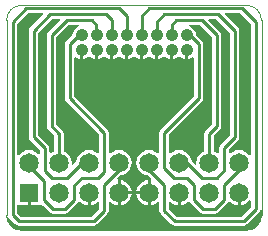
<source format=gtl>
G04*
G04 #@! TF.GenerationSoftware,Altium Limited,Altium Designer,19.1.7 (138)*
G04*
G04 Layer_Physical_Order=1*
G04 Layer_Color=255*
%FSLAX25Y25*%
%MOIN*%
G70*
G01*
G75*
%ADD11C,0.00100*%
%ADD16C,0.01000*%
%ADD17C,0.04134*%
%ADD18C,0.06496*%
%ADD19R,0.06496X0.06496*%
%ADD20C,0.02400*%
G36*
X160500Y156972D02*
X160801Y157012D01*
X161547Y157321D01*
X161971Y157646D01*
X162471Y157400D01*
Y144633D01*
X151419Y133581D01*
X151087Y133085D01*
X150971Y132500D01*
Y125690D01*
X150471Y125575D01*
X149642Y126211D01*
X148609Y126639D01*
X147500Y126785D01*
X146391Y126639D01*
X145358Y126211D01*
X144470Y125530D01*
X143789Y124642D01*
X143361Y123609D01*
X143215Y122500D01*
X143361Y121391D01*
X143789Y120358D01*
X144470Y119470D01*
X145358Y118789D01*
X146391Y118361D01*
X147064Y118273D01*
X148131Y117206D01*
X148000Y116940D01*
Y112500D01*
Y108281D01*
X148609Y108361D01*
X149642Y108789D01*
X150471Y109425D01*
X150971Y109310D01*
Y106500D01*
X151087Y105915D01*
X151419Y105419D01*
X154919Y101919D01*
X155415Y101587D01*
X156000Y101471D01*
X179000D01*
X179585Y101587D01*
X180081Y101919D01*
X184081Y105919D01*
X184413Y106415D01*
X184500Y106852D01*
X185000Y106803D01*
Y105000D01*
X185000Y104508D01*
X184808Y103542D01*
X184431Y102632D01*
X183884Y101813D01*
X183187Y101116D01*
X182368Y100569D01*
X181458Y100192D01*
X180492Y100000D01*
X180000Y100000D01*
X105000Y100000D01*
X104508D01*
X103542Y100192D01*
X102632Y100569D01*
X101813Y101116D01*
X101116Y101813D01*
X100569Y102632D01*
X100192Y103542D01*
X100040Y104308D01*
X100083Y104386D01*
X100323Y104400D01*
X100634Y104345D01*
X100919Y103919D01*
X102919Y101919D01*
X103415Y101587D01*
X104000Y101471D01*
X129000D01*
X129585Y101587D01*
X130081Y101919D01*
X133581Y105419D01*
X133913Y105915D01*
X134029Y106500D01*
Y109310D01*
X134529Y109425D01*
X135358Y108789D01*
X136391Y108361D01*
X137000Y108281D01*
Y112500D01*
Y116940D01*
X136869Y117206D01*
X137935Y118273D01*
X138609Y118361D01*
X139642Y118789D01*
X140530Y119470D01*
X141211Y120358D01*
X141639Y121391D01*
X141785Y122500D01*
X141639Y123609D01*
X141211Y124642D01*
X140530Y125530D01*
X139642Y126211D01*
X138609Y126639D01*
X137500Y126785D01*
X136391Y126639D01*
X135358Y126211D01*
X134529Y125575D01*
X134029Y125690D01*
Y132500D01*
X133913Y133085D01*
X133581Y133581D01*
X122529Y144633D01*
Y157400D01*
X123029Y157646D01*
X123453Y157321D01*
X124199Y157012D01*
X124500Y156972D01*
Y160000D01*
X125500D01*
Y156972D01*
X125801Y157012D01*
X126547Y157321D01*
X127184Y157810D01*
X127298Y157894D01*
X127702D01*
X127816Y157810D01*
X128453Y157321D01*
X129199Y157012D01*
X129500Y156972D01*
Y160000D01*
X130500D01*
Y156972D01*
X130801Y157012D01*
X131547Y157321D01*
X132184Y157810D01*
X132298Y157894D01*
X132702D01*
X132816Y157810D01*
X133453Y157321D01*
X134199Y157012D01*
X134500Y156972D01*
Y160000D01*
X135500D01*
Y156972D01*
X135801Y157012D01*
X136547Y157321D01*
X137184Y157810D01*
X137298Y157894D01*
X137702D01*
X137816Y157810D01*
X138453Y157321D01*
X139199Y157012D01*
X139500Y156972D01*
Y160000D01*
X140500D01*
Y156972D01*
X140801Y157012D01*
X141547Y157321D01*
X142184Y157810D01*
X142298Y157894D01*
X142702D01*
X142816Y157810D01*
X143453Y157321D01*
X144199Y157012D01*
X144500Y156972D01*
Y160000D01*
X145500D01*
Y156972D01*
X145801Y157012D01*
X146547Y157321D01*
X147184Y157810D01*
X147298Y157894D01*
X147702D01*
X147816Y157810D01*
X148453Y157321D01*
X149199Y157012D01*
X149500Y156972D01*
Y160000D01*
X150500D01*
Y156972D01*
X150801Y157012D01*
X151547Y157321D01*
X152184Y157810D01*
X152298Y157894D01*
X152702D01*
X152816Y157810D01*
X153453Y157321D01*
X154199Y157012D01*
X154500Y156972D01*
Y160000D01*
X155500D01*
Y156972D01*
X155801Y157012D01*
X156547Y157321D01*
X157184Y157810D01*
X157298Y157894D01*
X157702D01*
X157816Y157810D01*
X158453Y157321D01*
X159199Y157012D01*
X159500Y156972D01*
Y160000D01*
X160500D01*
Y156972D01*
D02*
G37*
G36*
X117846Y170009D02*
X113919Y166081D01*
X113587Y165585D01*
X113471Y165000D01*
Y134663D01*
X113587Y134078D01*
X113919Y133581D01*
X115971Y131529D01*
Y126464D01*
X115358Y126211D01*
X114781Y125768D01*
X114281Y126015D01*
Y127248D01*
X114165Y127833D01*
X113833Y128330D01*
X110529Y131633D01*
Y165866D01*
X115134Y170471D01*
X117654D01*
X117846Y170009D01*
D02*
G37*
G36*
X174471Y165866D02*
Y131633D01*
X171419Y128581D01*
X171087Y128085D01*
X170971Y127500D01*
Y125690D01*
X170471Y125575D01*
X169642Y126211D01*
X169029Y126464D01*
Y131529D01*
X171081Y133581D01*
X171413Y134078D01*
X171529Y134663D01*
Y165000D01*
X171413Y165585D01*
X171081Y166081D01*
X167154Y170009D01*
X167346Y170471D01*
X169867D01*
X174471Y165866D01*
D02*
G37*
G36*
X124199Y167988D02*
X123453Y167679D01*
X122813Y167187D01*
X122321Y166547D01*
X122012Y165801D01*
X121917Y165080D01*
X119919Y163081D01*
X119587Y162585D01*
X119471Y162000D01*
Y144000D01*
X119587Y143415D01*
X119919Y142919D01*
X130971Y131867D01*
Y125690D01*
X130471Y125575D01*
X129642Y126211D01*
X128609Y126639D01*
X127500Y126785D01*
X126391Y126639D01*
X125358Y126211D01*
X124470Y125530D01*
X123789Y124642D01*
X123361Y123609D01*
X123273Y122935D01*
X122206Y121869D01*
X121732Y122102D01*
X121785Y122500D01*
X121639Y123609D01*
X121211Y124642D01*
X120530Y125530D01*
X119642Y126211D01*
X119029Y126464D01*
Y132163D01*
X118913Y132748D01*
X118581Y133244D01*
X116529Y135296D01*
Y164366D01*
X120633Y168471D01*
X124111D01*
X124199Y167988D01*
D02*
G37*
G36*
X112346Y172009D02*
X107919Y167581D01*
X107587Y167085D01*
X107471Y166500D01*
Y131000D01*
X107587Y130415D01*
X107919Y129919D01*
X111223Y126614D01*
Y125448D01*
X110723Y125278D01*
X110530Y125530D01*
X109642Y126211D01*
X108609Y126639D01*
X107500Y126785D01*
X106391Y126639D01*
X105358Y126211D01*
X104470Y125530D01*
X104029Y124955D01*
X103529Y125125D01*
Y168867D01*
X107133Y172471D01*
X112154D01*
X112346Y172009D01*
D02*
G37*
G36*
X181471Y168867D02*
Y125125D01*
X180971Y124955D01*
X180530Y125530D01*
X179642Y126211D01*
X178609Y126639D01*
X177500Y126785D01*
X176391Y126639D01*
X175358Y126211D01*
X174529Y125575D01*
X174029Y125690D01*
Y126866D01*
X177081Y129919D01*
X177413Y130415D01*
X177529Y131000D01*
Y166500D01*
X177413Y167085D01*
X177081Y167581D01*
X172654Y172009D01*
X172846Y172471D01*
X177866D01*
X181471Y168867D01*
D02*
G37*
G36*
X168471Y164366D02*
Y135296D01*
X166419Y133244D01*
X166087Y132748D01*
X165971Y132163D01*
Y126464D01*
X165358Y126211D01*
X164470Y125530D01*
X163789Y124642D01*
X163361Y123609D01*
X163215Y122500D01*
X163268Y122102D01*
X162794Y121869D01*
X161727Y122935D01*
X161639Y123609D01*
X161211Y124642D01*
X160530Y125530D01*
X159642Y126211D01*
X158609Y126639D01*
X157500Y126785D01*
X156391Y126639D01*
X155358Y126211D01*
X154529Y125575D01*
X154029Y125690D01*
Y131867D01*
X165081Y142919D01*
X165413Y143415D01*
X165529Y144000D01*
Y162000D01*
X165413Y162585D01*
X165081Y163081D01*
X163083Y165080D01*
X162988Y165801D01*
X162679Y166547D01*
X162187Y167187D01*
X161547Y167679D01*
X160801Y167988D01*
X160889Y168471D01*
X164366D01*
X168471Y164366D01*
D02*
G37*
G36*
X178000Y108281D02*
X178609Y108361D01*
X179642Y108789D01*
X180530Y109470D01*
X180971Y110045D01*
X181471Y109875D01*
Y107633D01*
X178366Y104529D01*
X156633D01*
X154029Y107133D01*
Y109310D01*
X154529Y109425D01*
X155358Y108789D01*
X156391Y108361D01*
X157000Y108281D01*
Y112500D01*
X158000D01*
Y108281D01*
X158609Y108361D01*
X159642Y108789D01*
X160530Y109470D01*
X160559Y109508D01*
X161087Y109415D01*
X161419Y108919D01*
X164419Y105919D01*
X164915Y105587D01*
X165500Y105471D01*
X169500D01*
X170085Y105587D01*
X170581Y105919D01*
X173581Y108919D01*
X173913Y109415D01*
X174441Y109508D01*
X174470Y109470D01*
X175358Y108789D01*
X176391Y108361D01*
X177000Y108281D01*
Y112500D01*
X178000D01*
Y108281D01*
D02*
G37*
G36*
X128000D02*
X128609Y108361D01*
X129642Y108789D01*
X130471Y109425D01*
X130971Y109310D01*
Y107133D01*
X128366Y104529D01*
X104633D01*
X103529Y105633D01*
Y108252D01*
X107000D01*
Y112500D01*
X108000D01*
Y108252D01*
X111748D01*
X111748Y108252D01*
Y108252D01*
X112212Y108125D01*
X114419Y105919D01*
X114915Y105587D01*
X115500Y105471D01*
X119500D01*
X120085Y105587D01*
X120581Y105919D01*
X123581Y108919D01*
X123913Y109415D01*
X124441Y109508D01*
X124470Y109470D01*
X125358Y108789D01*
X126391Y108361D01*
X127000Y108281D01*
Y112500D01*
X128000D01*
Y108281D01*
D02*
G37*
%LPC*%
G36*
X147000Y116719D02*
X146391Y116639D01*
X145358Y116211D01*
X144470Y115530D01*
X143789Y114642D01*
X143361Y113609D01*
X143281Y113000D01*
X147000D01*
Y116719D01*
D02*
G37*
G36*
X138000D02*
Y113000D01*
X141719D01*
X141639Y113609D01*
X141211Y114642D01*
X140530Y115530D01*
X139642Y116211D01*
X138609Y116639D01*
X138000Y116719D01*
D02*
G37*
G36*
X147000Y112000D02*
X143281D01*
X143361Y111391D01*
X143789Y110358D01*
X144470Y109470D01*
X145358Y108789D01*
X146391Y108361D01*
X147000Y108281D01*
Y112000D01*
D02*
G37*
G36*
X141719D02*
X138000D01*
Y108281D01*
X138609Y108361D01*
X139642Y108789D01*
X140530Y109470D01*
X141211Y110358D01*
X141639Y111391D01*
X141719Y112000D01*
D02*
G37*
%LPD*%
D11*
X105000Y175000D02*
G03*
X100000Y170000I0J-5000D01*
G01*
X185000D02*
G03*
X180000Y175000I-5000J0D01*
G01*
Y100000D02*
G03*
X185000Y105000I0J5000D01*
G01*
X100000D02*
G03*
X105000Y100000I5000J0D01*
G01*
Y100000D02*
X180000Y100000D01*
X105000Y175000D02*
X180000Y175000D01*
X185000Y105000D02*
Y170000D01*
X100000Y105000D02*
Y170000D01*
D16*
X183000Y107000D02*
Y169500D01*
X179000Y103000D02*
X183000Y107000D01*
X178500Y174000D02*
X183000Y169500D01*
X172500Y115000D02*
X177500Y120000D01*
X170500Y172000D02*
X176000Y166500D01*
Y131000D02*
Y166500D01*
X172500Y127500D02*
X176000Y131000D01*
X172500Y120000D02*
Y127500D01*
X170000Y117500D02*
X172500Y120000D01*
Y110000D02*
Y115000D01*
X169500Y107000D02*
X172500Y110000D01*
X165000Y117500D02*
X170000D01*
X160000Y122500D02*
X165000Y117500D01*
Y170000D02*
X170000Y165000D01*
Y134663D02*
Y165000D01*
X167500Y122500D02*
Y132163D01*
X170000Y134663D01*
X156000Y103000D02*
X179000D01*
X152500Y106500D02*
X156000Y103000D01*
X152500Y106500D02*
Y115000D01*
X114500Y172000D02*
X133000D01*
X109000Y166500D02*
X114500Y172000D01*
X109000Y131000D02*
Y166500D01*
X106500Y174000D02*
X137500D01*
X102000Y169500D02*
X106500Y174000D01*
X102000Y105000D02*
Y169500D01*
X147500Y174000D02*
X178500D01*
X152500Y172000D02*
X170500D01*
X109000Y131000D02*
X112752Y127248D01*
X121000Y162000D02*
X123000Y164000D01*
X121000Y144000D02*
Y162000D01*
Y144000D02*
X132500Y132500D01*
X161000Y165000D02*
X164000Y162000D01*
Y144000D02*
Y162000D01*
X152500Y132500D02*
X164000Y144000D01*
X132500Y119500D02*
Y132500D01*
X152500Y120785D02*
Y132500D01*
X117500Y122500D02*
Y132163D01*
X115000Y134663D02*
X117500Y132163D01*
X115000Y134663D02*
Y165000D01*
X120000Y170000D01*
X137500Y174000D02*
X140000Y171500D01*
X133000Y172000D02*
X135000Y170000D01*
X112752Y119748D02*
Y127248D01*
Y119748D02*
X115000Y117500D01*
X156500Y170000D02*
X165000D01*
X120000D02*
X128500D01*
X125000Y117500D02*
X130500D01*
X122500Y115000D02*
X125000Y117500D01*
X122500Y110000D02*
Y115000D01*
X119500Y107000D02*
X122500Y110000D01*
X125000Y122500D02*
X127500D01*
X120000Y117500D02*
X125000Y122500D01*
X115000Y117500D02*
X120000D01*
X115500Y107000D02*
X119500D01*
X112500Y110000D02*
X115500Y107000D01*
X112500Y110000D02*
Y116500D01*
X147500Y120000D02*
X152500Y115000D01*
X147500Y120000D02*
Y122500D01*
X137500Y120000D02*
Y122500D01*
X132500Y115000D02*
X137500Y120000D01*
X132500Y106500D02*
Y115000D01*
X102000Y105000D02*
X104000Y103000D01*
X130500Y117500D02*
X132500Y119500D01*
X107500Y121500D02*
X112500Y116500D01*
X104000Y103000D02*
X129000D01*
X132500Y106500D01*
X165500Y107000D02*
X169500D01*
X162500Y110000D02*
X165500Y107000D01*
X162500Y110000D02*
Y115000D01*
X160000Y117500D02*
X162500Y115000D01*
X155785Y117500D02*
X160000D01*
X152500Y120785D02*
X155785Y117500D01*
X157500Y122500D02*
X160000D01*
Y165000D02*
X161000D01*
X177500Y120000D02*
Y122500D01*
X155067Y168567D02*
X156500Y170000D01*
X155067Y165067D02*
Y168567D01*
X155000Y165000D02*
X155067Y165067D01*
X150000Y169500D02*
X152500Y172000D01*
X150000Y165000D02*
Y169500D01*
X145000Y171500D02*
X147500Y174000D01*
X145000Y165000D02*
Y171500D01*
X123000Y164000D02*
X123152D01*
X124152Y165000D01*
X125000D01*
X128500Y170000D02*
X129933Y168567D01*
Y165067D02*
Y168567D01*
Y165067D02*
X130000Y165000D01*
X135000D02*
Y170000D01*
X140000Y165000D02*
Y171500D01*
D17*
X160000Y165000D02*
D03*
X155000D02*
D03*
X160000Y160000D02*
D03*
X155000D02*
D03*
X150000Y165000D02*
D03*
X145000D02*
D03*
X150000Y160000D02*
D03*
X145000D02*
D03*
X140000Y165000D02*
D03*
Y160000D02*
D03*
X135000Y165000D02*
D03*
X130000D02*
D03*
X135000Y160000D02*
D03*
X130000D02*
D03*
X125000Y165000D02*
D03*
Y160000D02*
D03*
D18*
X157500Y122500D02*
D03*
Y112500D02*
D03*
X147500Y122500D02*
D03*
Y112500D02*
D03*
X117500Y122500D02*
D03*
Y112500D02*
D03*
X107500Y122500D02*
D03*
X127500Y112500D02*
D03*
Y122500D02*
D03*
X137500Y112500D02*
D03*
Y122500D02*
D03*
X167500Y112500D02*
D03*
X177500D02*
D03*
X167500Y122500D02*
D03*
X177500D02*
D03*
D19*
X107500Y112500D02*
D03*
D20*
X173000Y163000D02*
D03*
X167000D02*
D03*
X173000Y144000D02*
D03*
X167000D02*
D03*
X171000Y131000D02*
D03*
X179000Y163000D02*
D03*
X118000D02*
D03*
X106000D02*
D03*
X112000D02*
D03*
X106000Y144000D02*
D03*
X112000D02*
D03*
X124000Y145500D02*
D03*
X161000D02*
D03*
X179000Y144000D02*
D03*
X118000D02*
D03*
X149000Y131000D02*
D03*
X136000D02*
D03*
X156000D02*
D03*
X129000D02*
D03*
X114000D02*
D03*
X179000D02*
D03*
X164000D02*
D03*
X106000D02*
D03*
X121000D02*
D03*
M02*

</source>
